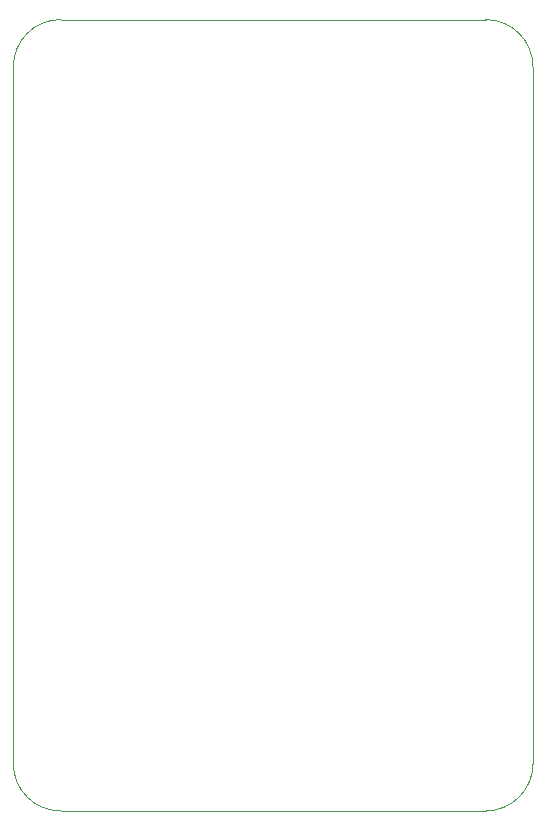
<source format=gbr>
G04 #@! TF.GenerationSoftware,KiCad,Pcbnew,(5.1.4)-1*
G04 #@! TF.CreationDate,2019-11-16T16:56:25-06:00*
G04 #@! TF.ProjectId,ScrutineeringBoard,53637275-7469-46e6-9565-72696e67426f,rev?*
G04 #@! TF.SameCoordinates,Original*
G04 #@! TF.FileFunction,Profile,NP*
%FSLAX46Y46*%
G04 Gerber Fmt 4.6, Leading zero omitted, Abs format (unit mm)*
G04 Created by KiCad (PCBNEW (5.1.4)-1) date 2019-11-16 16:56:25*
%MOMM*%
%LPD*%
G04 APERTURE LIST*
%ADD10C,0.050000*%
G04 APERTURE END LIST*
D10*
X125000000Y-154000000D02*
G75*
G02X121000000Y-150000000I0J4000000D01*
G01*
X165000000Y-150000000D02*
G75*
G02X161000000Y-154000000I-4000000J0D01*
G01*
X161000000Y-87000000D02*
G75*
G02X165000000Y-91000000I0J-4000000D01*
G01*
X121000000Y-91000000D02*
G75*
G02X125000000Y-87000000I4000000J0D01*
G01*
X165000000Y-91000000D02*
X165000000Y-150000000D01*
X125000000Y-87000000D02*
X161000000Y-87000000D01*
X125000000Y-154000000D02*
X161000000Y-154000000D01*
X121000000Y-91000000D02*
X121000000Y-150000000D01*
M02*

</source>
